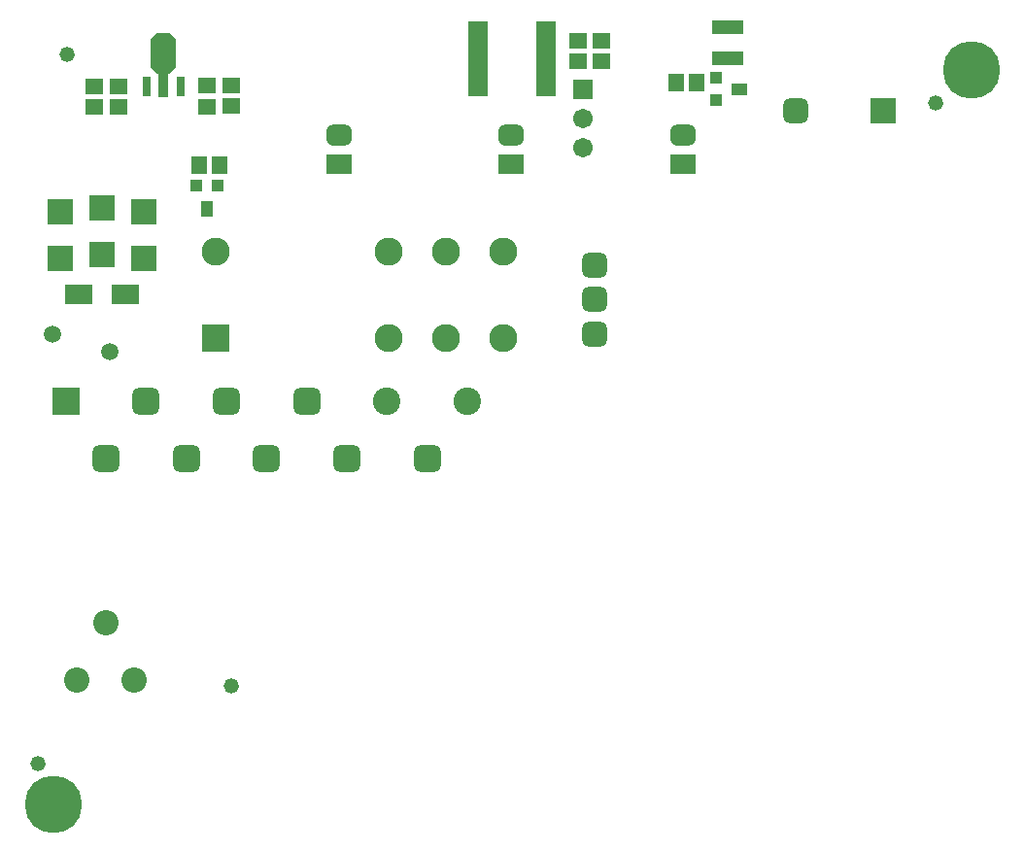
<source format=gts>
G04*
G04 #@! TF.GenerationSoftware,Altium Limited,Altium Designer,24.10.1 (45)*
G04*
G04 Layer_Color=8388736*
%FSLAX43Y43*%
%MOMM*%
G71*
G04*
G04 #@! TF.SameCoordinates,DA216BA7-6C9C-4F93-A9C1-4DB8622052F4*
G04*
G04*
G04 #@! TF.FilePolarity,Negative*
G04*
G01*
G75*
%ADD32C,1.321*%
%ADD33R,1.403X1.603*%
%ADD34R,1.603X1.403*%
%ADD35R,1.678X0.653*%
%ADD36R,2.203X2.203*%
%ADD37R,2.403X1.753*%
%ADD38R,1.473X1.118*%
%ADD39R,1.118X1.118*%
%ADD40R,1.118X1.473*%
%ADD41R,1.118X1.118*%
%ADD42R,2.803X1.303*%
G04:AMPARAMS|DCode=43|XSize=2.203mm|YSize=3.603mm|CornerRadius=0mm|HoleSize=0mm|Usage=FLASHONLY|Rotation=180.000|XOffset=0mm|YOffset=0mm|HoleType=Round|Shape=Octagon|*
%AMOCTAGOND43*
4,1,8,0.551,-1.802,-0.551,-1.802,-1.102,-1.251,-1.102,1.251,-0.551,1.802,0.551,1.802,1.102,1.251,1.102,-1.251,0.551,-1.802,0.0*
%
%ADD43OCTAGOND43*%

%ADD44R,0.803X1.803*%
%ADD45R,0.903X2.203*%
%ADD46R,2.203X1.803*%
G04:AMPARAMS|DCode=47|XSize=2.203mm|YSize=1.803mm|CornerRadius=0.502mm|HoleSize=0mm|Usage=FLASHONLY|Rotation=0.000|XOffset=0mm|YOffset=0mm|HoleType=Round|Shape=RoundedRectangle|*
%AMROUNDEDRECTD47*
21,1,2.203,0.800,0,0,0.0*
21,1,1.200,1.803,0,0,0.0*
1,1,1.003,0.600,-0.400*
1,1,1.003,-0.600,-0.400*
1,1,1.003,-0.600,0.400*
1,1,1.003,0.600,0.400*
%
%ADD47ROUNDEDRECTD47*%
%ADD48C,1.703*%
%ADD49R,1.703X1.703*%
%ADD50C,1.503*%
%ADD51C,5.003*%
%ADD52R,2.453X2.453*%
%ADD53C,2.453*%
%ADD54C,2.403*%
G04:AMPARAMS|DCode=55|XSize=2.403mm|YSize=2.403mm|CornerRadius=0.652mm|HoleSize=0mm|Usage=FLASHONLY|Rotation=90.000|XOffset=0mm|YOffset=0mm|HoleType=Round|Shape=RoundedRectangle|*
%AMROUNDEDRECTD55*
21,1,2.403,1.100,0,0,90.0*
21,1,1.100,2.403,0,0,90.0*
1,1,1.303,0.550,0.550*
1,1,1.303,0.550,-0.550*
1,1,1.303,-0.550,-0.550*
1,1,1.303,-0.550,0.550*
%
%ADD55ROUNDEDRECTD55*%
%ADD56R,2.403X2.403*%
%ADD57C,2.203*%
G04:AMPARAMS|DCode=58|XSize=2.203mm|YSize=2.203mm|CornerRadius=0.602mm|HoleSize=0mm|Usage=FLASHONLY|Rotation=180.000|XOffset=0mm|YOffset=0mm|HoleType=Round|Shape=RoundedRectangle|*
%AMROUNDEDRECTD58*
21,1,2.203,1.000,0,0,180.0*
21,1,1.000,2.203,0,0,180.0*
1,1,1.203,-0.500,0.500*
1,1,1.203,0.500,0.500*
1,1,1.203,0.500,-0.500*
1,1,1.203,-0.500,-0.500*
%
%ADD58ROUNDEDRECTD58*%
D32*
X57177Y111077D02*
D03*
X132877Y106877D02*
D03*
X54677Y49277D02*
D03*
X71477Y56077D02*
D03*
D33*
X70516Y101479D02*
D03*
X68716Y101479D02*
D03*
X112096Y108667D02*
D03*
X110296Y108667D02*
D03*
D34*
X103779Y110485D02*
D03*
Y112285D02*
D03*
X101722Y110510D02*
D03*
Y112310D02*
D03*
X71463Y106588D02*
D03*
Y108388D02*
D03*
X59550Y106526D02*
D03*
Y108326D02*
D03*
X61658Y106526D02*
D03*
Y108326D02*
D03*
X69354Y106562D02*
D03*
Y108362D02*
D03*
D35*
X93018Y107825D02*
D03*
Y108475D02*
D03*
Y109125D02*
D03*
Y109775D02*
D03*
Y110425D02*
D03*
Y111075D02*
D03*
Y111725D02*
D03*
Y112375D02*
D03*
Y113025D02*
D03*
Y113675D02*
D03*
X98894D02*
D03*
Y113025D02*
D03*
Y112375D02*
D03*
Y111725D02*
D03*
Y111075D02*
D03*
Y110425D02*
D03*
Y109775D02*
D03*
Y109125D02*
D03*
Y108475D02*
D03*
Y107825D02*
D03*
D36*
X60218Y93688D02*
D03*
Y97688D02*
D03*
X63876Y97358D02*
D03*
Y93358D02*
D03*
X56586Y97358D02*
D03*
Y93358D02*
D03*
X128316Y106229D02*
D03*
D37*
X62268Y90176D02*
D03*
X58168D02*
D03*
D38*
X115819Y108070D02*
D03*
D39*
X113787Y109035D02*
D03*
Y107131D02*
D03*
D40*
X69374Y97675D02*
D03*
D41*
X70340Y99707D02*
D03*
X68435D02*
D03*
D42*
X114727Y113472D02*
D03*
Y110772D02*
D03*
D43*
X65602Y111212D02*
D03*
D44*
X67102Y108312D02*
D03*
X64102D02*
D03*
D45*
X65602Y108512D02*
D03*
D46*
X80860Y101505D02*
D03*
X95860D02*
D03*
X110860D02*
D03*
D47*
X80860Y104045D02*
D03*
X95860D02*
D03*
X110860D02*
D03*
D48*
X102154Y102978D02*
D03*
Y105518D02*
D03*
D49*
Y108058D02*
D03*
D50*
X60930Y85223D02*
D03*
X55930Y86723D02*
D03*
D51*
X55977Y45777D02*
D03*
X135977Y109777D02*
D03*
D52*
X70187Y86391D02*
D03*
D53*
X85187D02*
D03*
X90187D02*
D03*
X95187D02*
D03*
Y93891D02*
D03*
X90187D02*
D03*
X85187D02*
D03*
X70187D02*
D03*
D54*
X85085Y80850D02*
D03*
X92085D02*
D03*
D55*
X88585Y75850D02*
D03*
X74585D02*
D03*
X78085Y80850D02*
D03*
X81585Y75850D02*
D03*
X71085Y80850D02*
D03*
X67585Y75850D02*
D03*
X64085Y80850D02*
D03*
X60585Y75850D02*
D03*
D56*
X57085Y80850D02*
D03*
D57*
X58049Y56536D02*
D03*
X63049D02*
D03*
X60549Y61536D02*
D03*
D58*
X120696Y106229D02*
D03*
X103144Y86744D02*
D03*
Y89744D02*
D03*
Y92744D02*
D03*
M02*

</source>
